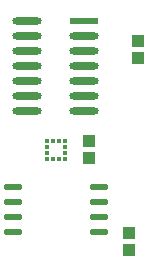
<source format=gbp>
G04*
G04 #@! TF.GenerationSoftware,Altium Limited,Altium Designer,22.7.1 (60)*
G04*
G04 Layer_Color=128*
%FSLAX24Y24*%
%MOIN*%
G70*
G04*
G04 #@! TF.SameCoordinates,277468EA-A594-40E7-B2BE-35E06897B6AD*
G04*
G04*
G04 #@! TF.FilePolarity,Positive*
G04*
G01*
G75*
%ADD21R,0.0433X0.0413*%
G04:AMPARAMS|DCode=38|XSize=59mil|YSize=21mil|CornerRadius=5.3mil|HoleSize=0mil|Usage=FLASHONLY|Rotation=0.000|XOffset=0mil|YOffset=0mil|HoleType=Round|Shape=RoundedRectangle|*
%AMROUNDEDRECTD38*
21,1,0.0590,0.0105,0,0,0.0*
21,1,0.0485,0.0210,0,0,0.0*
1,1,0.0105,0.0243,-0.0053*
1,1,0.0105,-0.0243,-0.0053*
1,1,0.0105,-0.0243,0.0053*
1,1,0.0105,0.0243,0.0053*
%
%ADD38ROUNDEDRECTD38*%
G04:AMPARAMS|DCode=39|XSize=97.4mil|YSize=24.5mil|CornerRadius=12.2mil|HoleSize=0mil|Usage=FLASHONLY|Rotation=180.000|XOffset=0mil|YOffset=0mil|HoleType=Round|Shape=RoundedRectangle|*
%AMROUNDEDRECTD39*
21,1,0.0974,0.0000,0,0,180.0*
21,1,0.0729,0.0245,0,0,180.0*
1,1,0.0245,-0.0365,0.0000*
1,1,0.0245,0.0365,0.0000*
1,1,0.0245,0.0365,0.0000*
1,1,0.0245,-0.0365,0.0000*
%
%ADD39ROUNDEDRECTD39*%
%ADD40R,0.0974X0.0245*%
%ADD44R,0.0123X0.0132*%
%ADD45R,0.0132X0.0123*%
%ADD46R,0.0132X0.0123*%
D21*
X11100Y10276D02*
D03*
Y9724D02*
D03*
X12450Y6674D02*
D03*
Y7226D02*
D03*
X12750Y13074D02*
D03*
Y13626D02*
D03*
D38*
X11440Y7250D02*
D03*
Y7750D02*
D03*
Y8250D02*
D03*
Y8750D02*
D03*
X8560D02*
D03*
Y8250D02*
D03*
Y7750D02*
D03*
Y7250D02*
D03*
D39*
X9049Y14300D02*
D03*
Y13800D02*
D03*
Y13300D02*
D03*
Y12800D02*
D03*
Y12300D02*
D03*
Y11800D02*
D03*
Y11300D02*
D03*
X10951D02*
D03*
Y11800D02*
D03*
Y12300D02*
D03*
Y12800D02*
D03*
Y13300D02*
D03*
Y13800D02*
D03*
D40*
Y14300D02*
D03*
D44*
X9901Y9700D02*
D03*
X10098Y9700D02*
D03*
Y10300D02*
D03*
X9901Y10300D02*
D03*
D45*
X10300Y9705D02*
D03*
X10300Y10295D02*
D03*
X9700D02*
D03*
X9700Y9705D02*
D03*
D46*
X10300Y9902D02*
D03*
X10300Y10098D02*
D03*
X9700D02*
D03*
X9700Y9902D02*
D03*
M02*

</source>
